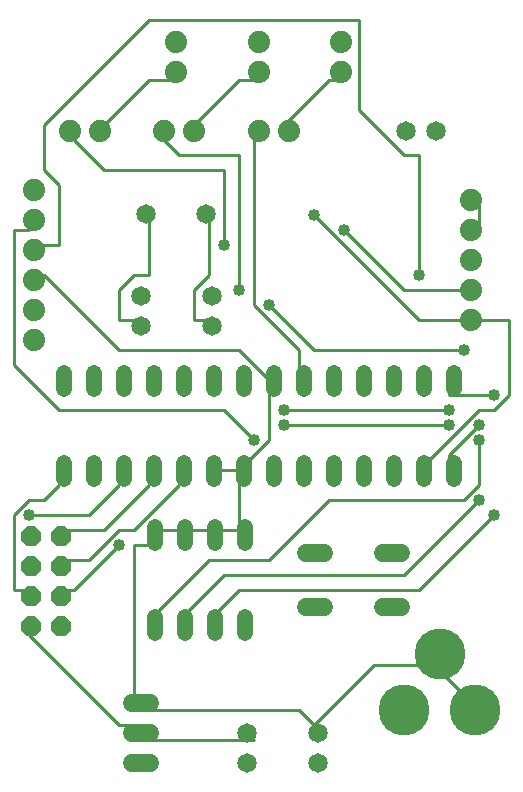
<source format=gbl>
G75*
%MOIN*%
%OFA0B0*%
%FSLAX24Y24*%
%IPPOS*%
%LPD*%
%AMOC8*
5,1,8,0,0,1.08239X$1,22.5*
%
%ADD10OC8,0.0660*%
%ADD11C,0.0740*%
%ADD12C,0.0520*%
%ADD13C,0.0600*%
%ADD14C,0.0650*%
%ADD15C,0.1700*%
%ADD16C,0.0100*%
%ADD17C,0.0400*%
D10*
X001517Y008467D03*
X001517Y009467D03*
X001517Y010467D03*
X001517Y011467D03*
X002517Y011467D03*
X002517Y010467D03*
X002517Y009467D03*
X002517Y008467D03*
D11*
X001643Y018015D03*
X001643Y019015D03*
X001643Y020015D03*
X001643Y021015D03*
X001643Y022015D03*
X001643Y023015D03*
X002824Y024983D03*
X003824Y024983D03*
X005973Y024983D03*
X006973Y024983D03*
X006367Y026952D03*
X006367Y027952D03*
X009123Y027952D03*
X009123Y026952D03*
X009123Y024983D03*
X010123Y024983D03*
X011879Y026952D03*
X011879Y027952D03*
X016210Y022684D03*
X016210Y021684D03*
X016210Y020684D03*
X016210Y019684D03*
X016210Y018684D03*
D12*
X015623Y016901D02*
X015623Y016381D01*
X014623Y016381D02*
X014623Y016901D01*
X013623Y016901D02*
X013623Y016381D01*
X012623Y016381D02*
X012623Y016901D01*
X011623Y016901D02*
X011623Y016381D01*
X010623Y016381D02*
X010623Y016901D01*
X009623Y016901D02*
X009623Y016381D01*
X008623Y016381D02*
X008623Y016901D01*
X007623Y016901D02*
X007623Y016381D01*
X006623Y016381D02*
X006623Y016901D01*
X005623Y016901D02*
X005623Y016381D01*
X004623Y016381D02*
X004623Y016901D01*
X003623Y016901D02*
X003623Y016381D01*
X002623Y016381D02*
X002623Y016901D01*
X002623Y013901D02*
X002623Y013381D01*
X003623Y013381D02*
X003623Y013901D01*
X004623Y013901D02*
X004623Y013381D01*
X005623Y013381D02*
X005623Y013901D01*
X006623Y013901D02*
X006623Y013381D01*
X007623Y013381D02*
X007623Y013901D01*
X008623Y013901D02*
X008623Y013381D01*
X009623Y013381D02*
X009623Y013901D01*
X010623Y013901D02*
X010623Y013381D01*
X011623Y013381D02*
X011623Y013901D01*
X012623Y013901D02*
X012623Y013381D01*
X013623Y013381D02*
X013623Y013901D01*
X014623Y013901D02*
X014623Y013381D01*
X015623Y013381D02*
X015623Y013901D01*
X008654Y011783D02*
X008654Y011263D01*
X007654Y011263D02*
X007654Y011783D01*
X006654Y011783D02*
X006654Y011263D01*
X005654Y011263D02*
X005654Y011783D01*
X005654Y008783D02*
X005654Y008263D01*
X006654Y008263D02*
X006654Y008783D01*
X007654Y008783D02*
X007654Y008263D01*
X008654Y008263D02*
X008654Y008783D01*
D13*
X010693Y009133D02*
X011293Y009133D01*
X011293Y010913D02*
X010693Y010913D01*
X013253Y010913D02*
X013853Y010913D01*
X013853Y009133D02*
X013253Y009133D01*
X005486Y005904D02*
X004886Y005904D01*
X004886Y004904D02*
X005486Y004904D01*
X005486Y003904D02*
X004886Y003904D01*
D14*
X008729Y003904D03*
X008729Y004904D03*
X011091Y004904D03*
X011091Y003904D03*
X007548Y018471D03*
X007548Y019471D03*
X007367Y022227D03*
X005367Y022227D03*
X005186Y019471D03*
X005186Y018471D03*
X014028Y024983D03*
X015028Y024983D03*
D15*
X015147Y007542D03*
X016328Y005692D03*
X013965Y005692D03*
D16*
X004962Y005180D02*
X004462Y005180D01*
X001462Y008180D01*
X001517Y008467D01*
X001517Y009467D02*
X001462Y009680D01*
X000962Y009680D01*
X000962Y012180D01*
X001462Y012680D01*
X001962Y012680D01*
X002462Y013180D01*
X002623Y013641D01*
X003462Y012180D02*
X001462Y012180D01*
X002462Y011680D02*
X002517Y011467D01*
X002462Y011680D02*
X003962Y011680D01*
X005462Y013180D01*
X005623Y013641D01*
X006462Y013180D02*
X006623Y013641D01*
X006462Y013180D02*
X004962Y011680D01*
X004462Y011680D01*
X003462Y010680D01*
X002462Y010680D01*
X002517Y010467D01*
X002462Y009680D02*
X002517Y009467D01*
X002462Y009680D02*
X002962Y009680D01*
X004462Y011180D01*
X004962Y011180D02*
X005462Y011180D01*
X005654Y011523D01*
X005462Y011680D01*
X006462Y011680D01*
X006654Y011523D01*
X006462Y011680D02*
X007462Y011680D01*
X007654Y011523D01*
X007462Y011680D02*
X008462Y011680D01*
X008654Y011523D01*
X008462Y011680D02*
X008462Y013180D01*
X008623Y013641D01*
X008462Y013680D01*
X009462Y014680D01*
X009462Y016180D01*
X009623Y016641D01*
X009462Y016680D01*
X008462Y017680D01*
X004462Y017680D01*
X001962Y020180D01*
X001643Y020015D01*
X001643Y021015D02*
X001962Y021180D01*
X002462Y021180D01*
X002462Y023180D01*
X001962Y023680D01*
X001962Y025180D01*
X005462Y028680D01*
X012462Y028680D01*
X012462Y025680D01*
X013962Y024180D01*
X014462Y024180D01*
X014462Y020180D01*
X013962Y019680D02*
X015962Y019680D01*
X016210Y019684D01*
X016210Y018684D02*
X015962Y018680D01*
X014462Y018680D01*
X010962Y022180D01*
X011962Y021680D02*
X013962Y019680D01*
X015962Y017680D02*
X010962Y017680D01*
X009462Y019180D01*
X008962Y019180D02*
X008962Y024680D01*
X009123Y024983D01*
X008462Y024180D02*
X006462Y024180D01*
X005962Y024680D01*
X005973Y024983D01*
X006973Y024983D02*
X006962Y025180D01*
X008462Y026680D01*
X008962Y026680D01*
X009123Y026952D01*
X009962Y025180D02*
X010123Y024983D01*
X009962Y025180D02*
X011462Y026680D01*
X011962Y026680D01*
X011879Y026952D01*
X008462Y024180D02*
X008462Y019680D01*
X008962Y019180D02*
X010462Y017680D01*
X010462Y016680D01*
X010623Y016641D01*
X009962Y015680D02*
X015462Y015680D01*
X015462Y015180D02*
X009962Y015180D01*
X008962Y014680D02*
X007962Y015680D01*
X002462Y015680D01*
X000962Y017180D01*
X000962Y021680D01*
X001462Y021680D01*
X001643Y022015D01*
X003962Y023680D02*
X002962Y024680D01*
X002824Y024983D01*
X003824Y024983D02*
X003962Y025180D01*
X005462Y026680D01*
X006462Y026680D01*
X006367Y026952D01*
X007962Y023680D02*
X003962Y023680D01*
X005367Y022227D02*
X005462Y022180D01*
X005462Y020180D01*
X004962Y020180D01*
X004462Y019680D01*
X004462Y018680D01*
X004962Y018680D01*
X005186Y018471D01*
X006962Y018680D02*
X007462Y018680D01*
X007548Y018471D01*
X006962Y018680D02*
X006962Y019680D01*
X007462Y020180D01*
X007462Y022180D01*
X007367Y022227D01*
X007962Y021180D02*
X007962Y023680D01*
X008462Y013680D02*
X007462Y013680D01*
X007623Y013641D01*
X007462Y010680D02*
X009462Y010680D01*
X011462Y012680D01*
X015962Y012680D01*
X016462Y013180D01*
X016462Y014680D01*
X016462Y015180D02*
X015462Y014180D01*
X015462Y013680D01*
X015623Y013641D01*
X016462Y012680D02*
X013962Y010180D01*
X007962Y010180D01*
X006462Y008680D01*
X006654Y008523D01*
X007462Y008680D02*
X007654Y008523D01*
X007462Y008680D02*
X008462Y009680D01*
X014462Y009680D01*
X016962Y012180D01*
X014623Y013641D02*
X014462Y013680D01*
X016462Y015680D01*
X016962Y015680D01*
X017462Y016180D01*
X017462Y018680D01*
X016462Y018680D01*
X016210Y018684D01*
X015623Y016641D02*
X015462Y016180D01*
X016962Y016180D01*
X016462Y021680D02*
X016210Y021684D01*
X016462Y021680D02*
X016462Y022680D01*
X016210Y022684D01*
X007462Y010680D02*
X005462Y008680D01*
X005654Y008523D01*
X004962Y006180D02*
X005186Y005904D01*
X005462Y005680D01*
X010462Y005680D01*
X010962Y005180D01*
X011091Y004904D01*
X010962Y005180D02*
X012962Y007180D01*
X014962Y007180D01*
X015147Y007542D01*
X014962Y007180D02*
X015962Y006180D01*
X016328Y005692D01*
X008962Y004680D02*
X008729Y004904D01*
X008962Y004680D02*
X005462Y004680D01*
X005186Y004904D01*
X004962Y005180D01*
X004962Y006180D02*
X004962Y011180D01*
X003462Y012180D02*
X004462Y013180D01*
X004623Y013641D01*
D17*
X004462Y011180D03*
X001462Y012180D03*
X007962Y021180D03*
X008462Y019680D03*
X009462Y019180D03*
X010962Y022180D03*
X011962Y021680D03*
X014462Y020180D03*
X015962Y017680D03*
X016962Y016180D03*
X016462Y015180D03*
X016462Y014680D03*
X015462Y015180D03*
X015462Y015680D03*
X016462Y012680D03*
X016962Y012180D03*
X009962Y015180D03*
X009962Y015680D03*
X008962Y014680D03*
M02*

</source>
